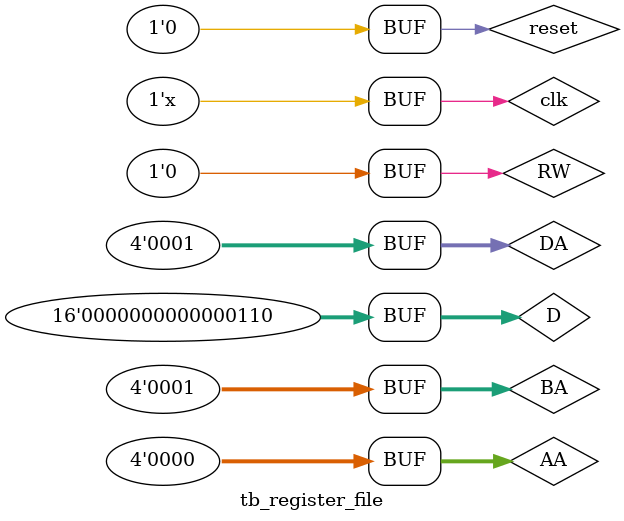
<source format=v>
`timescale 1ns / 1ps


module tb_register_file;

	// Inputs
	reg [15:0] D;
	reg [3:0] DA;
	reg [3:0] AA;
	reg [3:0] BA;
	reg reset;
	reg clk;
	reg RW;

	// Outputs
	wire [15:0] A;
	wire [15:0] B;

	// Instantiate the Unit Under Test (UUT)
	register_file uut (
		.D(D), 
		.DA(DA), 
		.AA(AA), 
		.BA(BA), 
		.reset(reset), 
		.clk(clk), 
		.RW(RW), 
		.A(A), 
		.B(B)
	);

	initial begin
		// Initialize Inputs
		D = 0;
		DA = 0;
		AA = 0;
		BA = 0;
		reset = 1;
		clk = 0;
		RW = 0;

		// Wait 100 ns for global reset to finish
		#100;
		reset = 0;
		#100;
        
		// Add stimulus here
		RW = 1'b1;
		DA = 16'h0;
		D = 16'h5;
		#100;
		RW = 1'b1;
		DA = 16'h1;
		D = 16'h6;
		#100;
		RW = 1'b0;
		AA = 16'h0;
		BA = 16'h1;
		#100;
		

	end
	
	always #50 clk = ~clk;
      
endmodule


</source>
